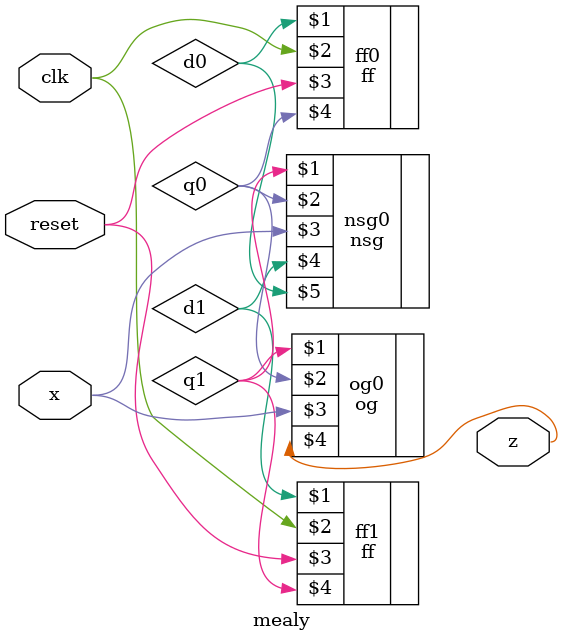
<source format=v>
`include "og.v"
`include "nsg.v"
`include "ff.v"

module mealy(x, clk, reset, z);
    input x, clk, reset;
    output z;

    wire d0, d1, q0, q1;

    ff    ff0(d0, clk, reset, q0);
    ff    ff1(d1, clk, reset, q1);
    og           og0(q1, q0, x, z);
    nsg         nsg0(q1, q0, x, d1, d0);
endmodule

</source>
